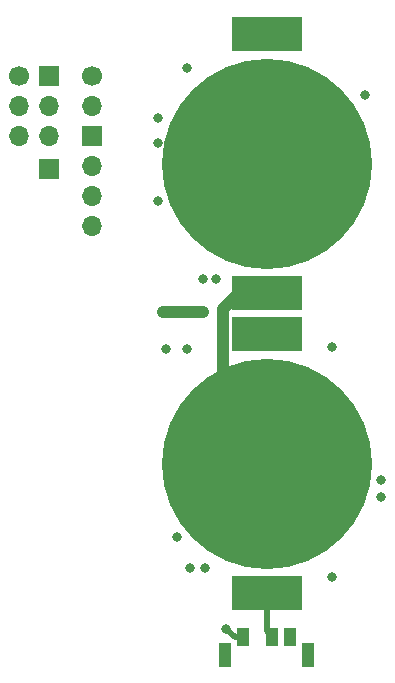
<source format=gbr>
G04 #@! TF.GenerationSoftware,KiCad,Pcbnew,(5.1.6)-1*
G04 #@! TF.CreationDate,2020-06-16T20:45:44-04:00*
G04 #@! TF.ProjectId,SRF Pendants,53524620-5065-46e6-9461-6e74732e6b69,rev?*
G04 #@! TF.SameCoordinates,Original*
G04 #@! TF.FileFunction,Copper,L1,Top*
G04 #@! TF.FilePolarity,Positive*
%FSLAX46Y46*%
G04 Gerber Fmt 4.6, Leading zero omitted, Abs format (unit mm)*
G04 Created by KiCad (PCBNEW (5.1.6)-1) date 2020-06-16 20:45:44*
%MOMM*%
%LPD*%
G01*
G04 APERTURE LIST*
G04 #@! TA.AperFunction,ComponentPad*
%ADD10R,6.000000X3.000000*%
G04 #@! TD*
G04 #@! TA.AperFunction,SMDPad,CuDef*
%ADD11C,17.800000*%
G04 #@! TD*
G04 #@! TA.AperFunction,ComponentPad*
%ADD12R,1.700000X1.700000*%
G04 #@! TD*
G04 #@! TA.AperFunction,ComponentPad*
%ADD13C,1.700000*%
G04 #@! TD*
G04 #@! TA.AperFunction,ComponentPad*
%ADD14O,1.700000X1.700000*%
G04 #@! TD*
G04 #@! TA.AperFunction,SMDPad,CuDef*
%ADD15R,1.000000X2.000000*%
G04 #@! TD*
G04 #@! TA.AperFunction,SMDPad,CuDef*
%ADD16R,1.000000X1.500000*%
G04 #@! TD*
G04 #@! TA.AperFunction,ViaPad*
%ADD17C,0.800000*%
G04 #@! TD*
G04 #@! TA.AperFunction,Conductor*
%ADD18C,0.500000*%
G04 #@! TD*
G04 #@! TA.AperFunction,Conductor*
%ADD19C,1.000000*%
G04 #@! TD*
G04 APERTURE END LIST*
D10*
X89500000Y-94500000D03*
X89500000Y-116500000D03*
D11*
X89500000Y-105500000D03*
D10*
X89500000Y-119900000D03*
X89500000Y-141900000D03*
D11*
X89500000Y-130900000D03*
D12*
X71100000Y-106000000D03*
D13*
X68580000Y-98100000D03*
D12*
X71120000Y-98100000D03*
D14*
X68580000Y-100640000D03*
X71120000Y-100640000D03*
X68580000Y-103180000D03*
X71120000Y-103180000D03*
D13*
X74700000Y-98100000D03*
D14*
X74700000Y-100640000D03*
D12*
X74700000Y-103180000D03*
D14*
X74700000Y-105720000D03*
X74700000Y-108260000D03*
X74700000Y-110800000D03*
D15*
X86000000Y-147100000D03*
X93000000Y-147100000D03*
D16*
X91500000Y-145600000D03*
X90000000Y-145600000D03*
X87500000Y-145600000D03*
D17*
X80700000Y-118100000D03*
X97500000Y-105100000D03*
X82000000Y-105250000D03*
X85000000Y-100000000D03*
X90000000Y-99100000D03*
X86700000Y-108800000D03*
X86700000Y-110400000D03*
X92300000Y-109600000D03*
X81900000Y-137100000D03*
X95000000Y-140500000D03*
X99200000Y-132300000D03*
X83000000Y-139700000D03*
X81000000Y-121200000D03*
X80300000Y-108700000D03*
X99200000Y-133700000D03*
X95000000Y-121000000D03*
X80300000Y-103800000D03*
X97800000Y-99700000D03*
X84100000Y-118100000D03*
X86100000Y-144900000D03*
X84300000Y-139700000D03*
X80300000Y-101600000D03*
X82800000Y-97400000D03*
X82800000Y-121200000D03*
X85200000Y-115300000D03*
X84100000Y-115300000D03*
D18*
X85000000Y-100000000D02*
X85500000Y-100500000D01*
X85500000Y-100500000D02*
X91500000Y-100500000D01*
X91500000Y-100500000D02*
X93500000Y-100500000D01*
X86536409Y-110026295D02*
X87062704Y-109500000D01*
X92500000Y-109500000D02*
X93000000Y-110000000D01*
D19*
X84100000Y-118100000D02*
X80700000Y-118100000D01*
D18*
X89500000Y-145100000D02*
X90000000Y-145600000D01*
X89500000Y-141900000D02*
X89500000Y-145100000D01*
X86800000Y-145600000D02*
X86100000Y-144900000D01*
X87500000Y-145600000D02*
X86800000Y-145600000D01*
D19*
X85799999Y-127799999D02*
X89500000Y-131500000D01*
X89500000Y-116500000D02*
X88000000Y-116500000D01*
D18*
X86049999Y-127449999D02*
X89500000Y-130900000D01*
X89500000Y-116500000D02*
X87589998Y-116500000D01*
D19*
X85799999Y-127199999D02*
X89500000Y-130900000D01*
X85799999Y-117839999D02*
X85799999Y-127199999D01*
X87139998Y-116500000D02*
X85799999Y-117839999D01*
X89500000Y-116500000D02*
X87139998Y-116500000D01*
M02*

</source>
